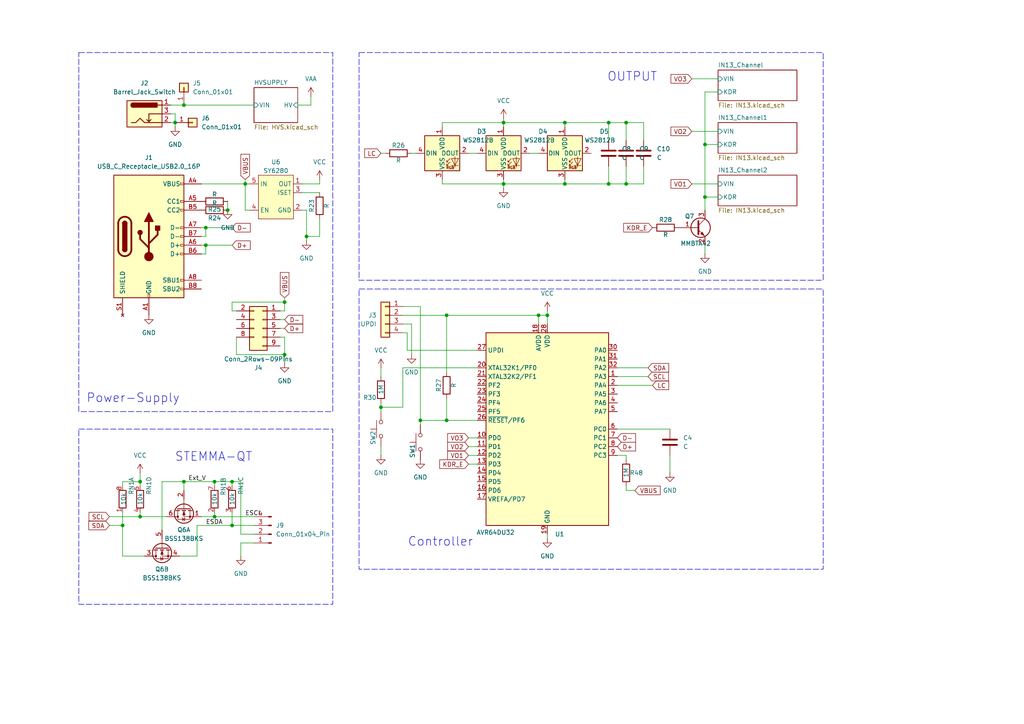
<source format=kicad_sch>
(kicad_sch (version 20250114) (generator "eeschema") (generator_version "9.0")
  (paper "A4")
  (title_block (title "External Hardware Monitor") (date "2025-02-23") (rev "1") (company "Foxhood Designs") (comment 1 "TODO: Verify USB CDC Functionality of AVR64DU") (comment 2 "TODO: Evaluate Power-supply (USB powered controller or Self powered?)"))
  (lib_symbols
    (symbol "Connector:Barrel_Jack_Switch" (pin_names (hide yes))
      (property "Reference" "J" (at 0 5.334 0))
      (property "Value" "Barrel_Jack_Switch" (at 0 -5.08 0))
      (symbol "Barrel_Jack_Switch_0_1"
        (rectangle (start -5.08 3.81) (end 5.08 -3.81) (stroke (width 0.254)) (fill (type background)))
        (polyline (pts (xy -3.81 -2.54) (xy -2.54 -2.54) (xy -1.27 -1.27) (xy 0 -2.54) (xy 2.54 -2.54) (xy 5.08 -2.54)) (stroke (width 0.254)))
        (arc (start -3.302 1.905) (mid -3.9343 2.54) (end -3.302 3.175) (stroke (width 0.254)))
        (arc (start -3.302 1.905) (mid -3.9343 2.54) (end -3.302 3.175) (stroke (width 0.254)) (fill (type outline)))
        (polyline (pts (xy 1.27 -2.286) (xy 1.905 -1.651)) (stroke (width 0.254)))
        (rectangle (start 3.683 3.175) (end -3.302 1.905) (stroke (width 0.254)) (fill (type outline)))
        (polyline (pts (xy 5.08 2.54) (xy 3.81 2.54)) (stroke (width 0.254)))
        (polyline (pts (xy 5.08 0) (xy 1.27 0) (xy 1.27 -2.286) (xy 0.635 -1.651)) (stroke (width 0.254)))
      )
      (symbol "Barrel_Jack_Switch_1_1"
        (pin passive line (at 7.62 2.54 180) (length 2.54) (name "~") (number "1"))
        (pin passive line (at 7.62 0 180) (length 2.54) (name "~") (number "3"))
        (pin passive line (at 7.62 -2.54 180) (length 2.54) (name "~") (number "2"))
      )
    )
    (symbol "Connector:Conn_01x04_Pin" (pin_names (offset 1.016) (hide yes))
      (property "Reference" "J" (at 0 5.08 0))
      (property "Value" "Conn_01x04_Pin" (at 0 -7.62 0))
      (symbol "Conn_01x04_Pin_1_1"
        (rectangle (start 0.8636 2.667) (end 0 2.413) (stroke (width 0.1524)) (fill (type outline)))
        (rectangle (start 0.8636 0.127) (end 0 -0.127) (stroke (width 0.1524)) (fill (type outline)))
        (rectangle (start 0.8636 -2.413) (end 0 -2.667) (stroke (width 0.1524)) (fill (type outline)))
        (rectangle (start 0.8636 -4.953) (end 0 -5.207) (stroke (width 0.1524)) (fill (type outline)))
        (polyline (pts (xy 1.27 2.54) (xy 0.8636 2.54)) (stroke (width 0.1524)))
        (polyline (pts (xy 1.27 0) (xy 0.8636 0)) (stroke (width 0.1524)))
        (polyline (pts (xy 1.27 -2.54) (xy 0.8636 -2.54)) (stroke (width 0.1524)))
        (polyline (pts (xy 1.27 -5.08) (xy 0.8636 -5.08)) (stroke (width 0.1524)))
        (pin passive line (at 5.08 2.54 180) (length 3.81) (name "Pin_1") (number "1"))
        (pin passive line (at 5.08 0 180) (length 3.81) (name "Pin_2") (number "2"))
        (pin passive line (at 5.08 -2.54 180) (length 3.81) (name "Pin_3") (number "3"))
        (pin passive line (at 5.08 -5.08 180) (length 3.81) (name "Pin_4") (number "4"))
      )
    )
    (symbol "Connector:USB_C_Receptacle_USB2.0_16P" (pin_names (offset 1.016))
      (property "Reference" "J1" (at 0 22.86 0))
      (property "Value" "USB_C_Receptacle_USB2.0_16P" (at 0 20.32 0))
      (symbol "USB_C_Receptacle_USB2.0_16P_0_0"
        (rectangle (start -0.254 -17.78) (end 0.254 -16.764))
        (rectangle (start 10.16 15.494) (end 9.144 14.986))
        (rectangle (start 10.16 10.414) (end 9.144 9.906))
        (rectangle (start 10.16 7.874) (end 9.144 7.366))
        (rectangle (start 10.16 2.794) (end 9.144 2.286))
        (rectangle (start 10.16 0.254) (end 9.144 -0.254))
        (rectangle (start 10.16 -2.286) (end 9.144 -2.794))
        (rectangle (start 10.16 -4.826) (end 9.144 -5.334))
        (rectangle (start 10.16 -12.446) (end 9.144 -12.954))
        (rectangle (start 10.16 -14.986) (end 9.144 -15.494))
      )
      (symbol "USB_C_Receptacle_USB2.0_16P_0_1"
        (rectangle (start -10.16 17.78) (end 10.16 -17.78) (stroke (width 0.254)) (fill (type background)))
        (polyline (pts (xy -8.89 -3.81) (xy -8.89 3.81)) (stroke (width 0.508)))
        (rectangle (start -7.62 -3.81) (end -6.35 3.81) (stroke (width 0.254)) (fill (type outline)))
        (arc (start -7.62 3.81) (mid -6.985 4.4423) (end -6.35 3.81) (stroke (width 0.254)))
        (arc (start -7.62 3.81) (mid -6.985 4.4423) (end -6.35 3.81) (stroke (width 0.254)) (fill (type outline)))
        (arc (start -8.89 3.81) (mid -6.985 5.7067) (end -5.08 3.81) (stroke (width 0.508)))
        (arc (start -5.08 -3.81) (mid -6.985 -5.7067) (end -8.89 -3.81) (stroke (width 0.508)))
        (arc (start -6.35 -3.81) (mid -6.985 -4.4423) (end -7.62 -3.81) (stroke (width 0.254)))
        (arc (start -6.35 -3.81) (mid -6.985 -4.4423) (end -7.62 -3.81) (stroke (width 0.254)) (fill (type outline)))
        (polyline (pts (xy -5.08 3.81) (xy -5.08 -3.81)) (stroke (width 0.508)))
        (circle (center -2.54 1.143) (radius 0.635) (stroke (width 0.254)) (fill (type outline)))
        (polyline (pts (xy -1.27 4.318) (xy 0 6.858) (xy 1.27 4.318) (xy -1.27 4.318)) (stroke (width 0.254)) (fill (type outline)))
        (polyline (pts (xy 0 -2.032) (xy 2.54 0.508) (xy 2.54 1.778)) (stroke (width 0.508)))
        (polyline (pts (xy 0 -3.302) (xy -2.54 -0.762) (xy -2.54 0.508)) (stroke (width 0.508)))
        (polyline (pts (xy 0 -5.842) (xy 0 4.318)) (stroke (width 0.508)))
        (circle (center 0 -5.842) (radius 1.27) (fill (type outline)))
        (rectangle (start 1.905 1.778) (end 3.175 3.048) (stroke (width 0.254)) (fill (type outline)))
      )
      (symbol "USB_C_Receptacle_USB2.0_16P_1_1"
        (pin no_connect line (at -7.62 -22.86 90) (length 5.08) (name "SHIELD") (number "S1"))
        (pin passive line (at 0 -22.86 90) (length 5.08) (name "GND") (number "A1"))
        (pin passive line (at 0 -22.86 90) (length 5.08) (hide yes) (name "GND") (number "A12"))
        (pin passive line (at 0 -22.86 90) (length 5.08) (hide yes) (name "GND") (number "B1"))
        (pin passive line (at 0 -22.86 90) (length 5.08) (hide yes) (name "GND") (number "B12"))
        (pin passive line (at 15.24 15.24 180) (length 5.08) (name "VBUS") (number "A4"))
        (pin passive line (at 15.24 15.24 180) (length 5.08) (hide yes) (name "VBUS") (number "A9"))
        (pin passive line (at 15.24 15.24 180) (length 5.08) (hide yes) (name "VBUS") (number "B4"))
        (pin passive line (at 15.24 15.24 180) (length 5.08) (hide yes) (name "VBUS") (number "B9"))
        (pin bidirectional line (at 15.24 10.16 180) (length 5.08) (name "CC1") (number "A5"))
        (pin bidirectional line (at 15.24 7.62 180) (length 5.08) (name "CC2") (number "B5"))
        (pin bidirectional line (at 15.24 2.54 180) (length 5.08) (name "D-") (number "A7"))
        (pin bidirectional line (at 15.24 0 180) (length 5.08) (name "D-") (number "B7"))
        (pin bidirectional line (at 15.24 -2.54 180) (length 5.08) (name "D+") (number "A6"))
        (pin bidirectional line (at 15.24 -5.08 180) (length 5.08) (name "D+") (number "B6"))
        (pin bidirectional line (at 15.24 -12.7 180) (length 5.08) (name "SBU1") (number "A8"))
        (pin bidirectional line (at 15.24 -15.24 180) (length 5.08) (name "SBU2") (number "B8"))
      )
    )
    (symbol "Connector_Generic:Conn_01x01" (pin_names (offset 1.016) (hide yes))
      (property "Reference" "J" (at 0 2.54 0))
      (property "Value" "Conn_01x01" (at 0 -2.54 0))
      (symbol "Conn_01x01_1_1"
        (rectangle (start -1.27 1.27) (end 1.27 -1.27) (stroke (width 0.254)) (fill (type background)))
        (rectangle (start -1.27 0.127) (end 0 -0.127) (stroke (width 0.1524)))
        (pin passive line (at -5.08 0 0) (length 3.81) (name "Pin_1") (number "1"))
      )
    )
    (symbol "Connector_Generic:Conn_01x04" (pin_names (offset 1.016) (hide yes))
      (property "Reference" "J" (at 0 5.08 0))
      (property "Value" "Conn_01x04" (at 0 -7.62 0))
      (symbol "Conn_01x04_1_1"
        (rectangle (start -1.27 3.81) (end 1.27 -6.35) (stroke (width 0.254)) (fill (type background)))
        (rectangle (start -1.27 2.667) (end 0 2.413) (stroke (width 0.1524)))
        (rectangle (start -1.27 0.127) (end 0 -0.127) (stroke (width 0.1524)))
        (rectangle (start -1.27 -2.413) (end 0 -2.667) (stroke (width 0.1524)))
        (rectangle (start -1.27 -4.953) (end 0 -5.207) (stroke (width 0.1524)))
        (pin passive line (at -5.08 2.54 0) (length 3.81) (name "Pin_1") (number "1"))
        (pin passive line (at -5.08 0 0) (length 3.81) (name "Pin_2") (number "2"))
        (pin passive line (at -5.08 -2.54 0) (length 3.81) (name "Pin_3") (number "3"))
        (pin passive line (at -5.08 -5.08 0) (length 3.81) (name "Pin_4") (number "4"))
      )
    )
    (symbol "Connector_Generic:Conn_2Rows-09Pins" (pin_names (offset 1.016) (hide yes))
      (property "Reference" "J" (at 1.27 7.62 0))
      (property "Value" "Conn_2Rows-09Pins" (at 1.27 -7.62 0))
      (symbol "Conn_2Rows-09Pins_1_1"
        (rectangle (start -1.27 6.35) (end 3.81 -6.35) (stroke (width 0.254)) (fill (type background)))
        (rectangle (start -1.27 5.207) (end 0 4.953) (stroke (width 0.1524)))
        (rectangle (start -1.27 2.667) (end 0 2.413) (stroke (width 0.1524)))
        (rectangle (start -1.27 0.127) (end 0 -0.127) (stroke (width 0.1524)))
        (rectangle (start -1.27 -2.413) (end 0 -2.667) (stroke (width 0.1524)))
        (rectangle (start -1.27 -4.953) (end 0 -5.207) (stroke (width 0.1524)))
        (rectangle (start 3.81 5.207) (end 2.54 4.953) (stroke (width 0.1524)))
        (rectangle (start 3.81 2.667) (end 2.54 2.413) (stroke (width 0.1524)))
        (rectangle (start 3.81 0.127) (end 2.54 -0.127) (stroke (width 0.1524)))
        (rectangle (start 3.81 -2.413) (end 2.54 -2.667) (stroke (width 0.1524)))
        (pin passive line (at -5.08 5.08 0) (length 3.81) (name "Pin_1") (number "1"))
        (pin passive line (at -5.08 2.54 0) (length 3.81) (name "Pin_3") (number "3"))
        (pin passive line (at -5.08 0 0) (length 3.81) (name "Pin_5") (number "5"))
        (pin passive line (at -5.08 -2.54 0) (length 3.81) (name "Pin_7") (number "7"))
        (pin passive line (at -5.08 -5.08 0) (length 3.81) (name "Pin_9") (number "9"))
        (pin passive line (at 7.62 5.08 180) (length 3.81) (name "Pin_2") (number "2"))
        (pin passive line (at 7.62 2.54 180) (length 3.81) (name "Pin_4") (number "4"))
        (pin passive line (at 7.62 0 180) (length 3.81) (name "Pin_6") (number "6"))
        (pin passive line (at 7.62 -2.54 180) (length 3.81) (name "Pin_8") (number "8"))
      )
    )
    (symbol "Device:C" (pin_numbers (hide yes)) (pin_names (offset 0.254))
      (property "Reference" "C" (at 0.635 2.54 0))
      (property "Value" "C" (at 0.635 -2.54 0))
      (symbol "C_0_1"
        (polyline (pts (xy -2.032 0.762) (xy 2.032 0.762)) (stroke (width 0.508)))
        (polyline (pts (xy -2.032 -0.762) (xy 2.032 -0.762)) (stroke (width 0.508)))
      )
      (symbol "C_1_1"
        (pin passive line (at 0 3.81 270) (length 2.794) (name "~") (number "1"))
        (pin passive line (at 0 -3.81 90) (length 2.794) (name "~") (number "2"))
      )
    )
    (symbol "Device:Q_Dual_NMOS_S1G1D2S2G2D1" (pin_names (offset 0) (hide yes))
      (property "Reference" "Q" (at 6.35 1.27 0))
      (property "Value" "Q_Dual_NMOS_S1G1D2S2G2D1" (at 19.05 -1.27 0))
      (symbol "Q_Dual_NMOS_S1G1D2S2G2D1_0_1"
        (polyline (pts (xy 0.254 1.905) (xy 0.254 -1.905)) (stroke (width 0.254)))
        (polyline (pts (xy 0.254 0) (xy -2.54 0)))
        (polyline (pts (xy 0.762 2.286) (xy 0.762 1.27)) (stroke (width 0.254)))
        (polyline (pts (xy 0.762 0.508) (xy 0.762 -0.508)) (stroke (width 0.254)))
        (polyline (pts (xy 0.762 -1.27) (xy 0.762 -2.286)) (stroke (width 0.254)))
        (polyline (pts (xy 0.762 -1.778) (xy 3.302 -1.778) (xy 3.302 1.778) (xy 0.762 1.778)))
        (polyline (pts (xy 1.016 0) (xy 2.032 0.381) (xy 2.032 -0.381) (xy 1.016 0)) (fill (type outline)))
        (circle (center 1.651 0) (radius 2.794) (stroke (width 0.254)))
        (polyline (pts (xy 2.54 2.54) (xy 2.54 1.778)))
        (circle (center 2.54 1.778) (radius 0.254) (fill (type outline)))
        (circle (center 2.54 -1.778) (radius 0.254) (fill (type outline)))
        (polyline (pts (xy 2.54 -2.54) (xy 2.54 0) (xy 0.762 0)))
        (polyline (pts (xy 2.794 0.508) (xy 2.921 0.381) (xy 3.683 0.381) (xy 3.81 0.254)))
        (polyline (pts (xy 3.302 0.381) (xy 2.921 -0.254) (xy 3.683 -0.254) (xy 3.302 0.381)))
      )
      (symbol "Q_Dual_NMOS_S1G1D2S2G2D1_1_1"
        (pin input line (at -5.08 0 0) (length 2.54) (name "G") (number "2"))
        (pin passive line (at 2.54 5.08 270) (length 2.54) (name "D") (number "6"))
        (pin passive line (at 2.54 -5.08 90) (length 2.54) (name "S") (number "1"))
      )
      (symbol "Q_Dual_NMOS_S1G1D2S2G2D1_2_1"
        (pin input line (at -5.08 0 0) (length 2.54) (name "G") (number "5"))
        (pin passive line (at 2.54 5.08 270) (length 2.54) (name "D") (number "3"))
        (pin passive line (at 2.54 -5.08 90) (length 2.54) (name "S") (number "4"))
      )
    )
    (symbol "Device:R" (pin_numbers (hide yes)) (pin_names (offset 0))
      (property "Reference" "R" (at 2.032 0 90))
      (property "Value" "R" (at 0 0 90))
      (symbol "R_0_1"
        (rectangle (start -1.016 -2.54) (end 1.016 2.54) (stroke (width 0.254)))
      )
      (symbol "R_1_1"
        (pin passive line (at 0 3.81 270) (length 1.27) (name "~") (number "1"))
        (pin passive line (at 0 -3.81 90) (length 1.27) (name "~") (number "2"))
      )
    )
    (symbol "Device:R_Pack04_Split" (pin_names (offset 0) (hide yes))
      (property "Reference" "RN" (at 2.032 0 90))
      (property "Value" "R_Pack04_Split" (at 0 0 90))
      (symbol "R_Pack04_Split_0_1"
        (rectangle (start 1.016 2.54) (end -1.016 -2.54) (stroke (width 0.254)))
      )
      (symbol "R_Pack04_Split_1_1"
        (pin passive line (at 0 3.81 270) (length 1.27) (name "R1.2") (number "8"))
        (pin passive line (at 0 -3.81 90) (length 1.27) (name "R1.1") (number "1"))
      )
      (symbol "R_Pack04_Split_2_1"
        (pin passive line (at 0 3.81 270) (length 1.27) (name "R2.2") (number "7"))
        (pin passive line (at 0 -3.81 90) (length 1.27) (name "R2.1") (number "2"))
      )
      (symbol "R_Pack04_Split_3_1"
        (pin passive line (at 0 3.81 270) (length 1.27) (name "R3.2") (number "6"))
        (pin passive line (at 0 -3.81 90) (length 1.27) (name "R3.1") (number "3"))
      )
      (symbol "R_Pack04_Split_4_1"
        (pin passive line (at 0 3.81 270) (length 1.27) (name "R4.2") (number "5"))
        (pin passive line (at 0 -3.81 90) (length 1.27) (name "R4.1") (number "4"))
      )
    )
    (symbol "FHD-KiCad-Power:SY6280"
      (property "Reference" "U" (at -3.556 7.366 0))
      (symbol "SY6280_0_1"
        (rectangle (start -5.08 6.35) (end 5.08 -6.35) (fill (type background)))
      )
      (symbol "SY6280_1_1"
        (pin power_in line (at -7.62 3.81 0) (length 2.54) (name "IN") (number "5"))
        (pin input line (at -7.62 -3.81 0) (length 2.54) (name "EN") (number "4"))
        (pin power_out line (at 7.62 3.81 180) (length 2.54) (name "OUT") (number "1"))
        (pin input line (at 7.62 1.27 180) (length 2.54) (name "ISET") (number "3"))
        (pin power_out line (at 7.62 -3.81 180) (length 2.54) (name "GND") (number "2"))
      )
    )
    (symbol "LED:WS2812B" (pin_names (offset 0.254))
      (property "Reference" "D" (at 5.08 5.715 0))
      (property "Value" "WS2812B" (at 1.27 -5.715 0))
      (symbol "WS2812B_0_0"
        (text "RGB" (at 2.286 -4.191 0) (effects (font (size 0.762 0.762))))
      )
      (symbol "WS2812B_0_1"
        (polyline (pts (xy 1.27 -2.54) (xy 1.778 -2.54)))
        (polyline (pts (xy 1.27 -3.556) (xy 1.778 -3.556)))
        (polyline (pts (xy 2.286 -1.524) (xy 1.27 -2.54) (xy 1.27 -2.032)))
        (polyline (pts (xy 2.286 -2.54) (xy 1.27 -3.556) (xy 1.27 -3.048)))
        (polyline (pts (xy 3.683 -1.016) (xy 3.683 -3.556) (xy 3.683 -4.064)))
        (polyline (pts (xy 4.699 -1.524) (xy 2.667 -1.524) (xy 3.683 -3.556) (xy 4.699 -1.524)))
        (polyline (pts (xy 4.699 -3.556) (xy 2.667 -3.556)))
        (rectangle (start 5.08 5.08) (end -5.08 -5.08) (stroke (width 0.254)) (fill (type background)))
      )
      (symbol "WS2812B_1_1"
        (pin input line (at -7.62 0 0) (length 2.54) (name "DIN") (number "4"))
        (pin power_in line (at 0 7.62 270) (length 2.54) (name "VDD") (number "1"))
        (pin power_in line (at 0 -7.62 90) (length 2.54) (name "VSS") (number "3"))
        (pin output line (at 7.62 0 180) (length 2.54) (name "DOUT") (number "2"))
      )
    )
    (symbol "MCU_Microchip_AVR_Dx:AVR64DA32x-xPT"
      (property "Reference" "U" (at -17.78 29.21 0))
      (property "Value" "AVR64DA32x-xPT" (at 2.54 -29.21 0))
      (symbol "AVR64DA32x-xPT_0_1"
        (rectangle (start -17.78 27.94) (end 17.78 -27.94) (stroke (width 0.254)) (fill (type background)))
      )
      (symbol "AVR64DA32x-xPT_1_1"
        (pin input line (at -20.32 22.86 0) (length 2.54) (name "UPDI") (number "27"))
        (pin bidirectional line (at -20.32 17.78 0) (length 2.54) (name "XTAL32K1/PF0") (number "20"))
        (pin bidirectional line (at -20.32 15.24 0) (length 2.54) (name "XTAL32K2/PF1") (number "21"))
        (pin bidirectional line (at -20.32 12.7 0) (length 2.54) (name "PF2") (number "22"))
        (pin bidirectional line (at -20.32 10.16 0) (length 2.54) (name "PF3") (number "23"))
        (pin bidirectional line (at -20.32 7.62 0) (length 2.54) (name "PF4") (number "24"))
        (pin bidirectional line (at -20.32 5.08 0) (length 2.54) (name "PF5") (number "25"))
        (pin bidirectional line (at -20.32 2.54 0) (length 2.54) (name "~{RESET}/PF6") (number "26"))
        (pin bidirectional line (at -20.32 -2.54 0) (length 2.54) (name "PD0") (number "10"))
        (pin bidirectional line (at -20.32 -5.08 0) (length 2.54) (name "PD1") (number "11"))
        (pin bidirectional line (at -20.32 -7.62 0) (length 2.54) (name "PD2") (number "12"))
        (pin bidirectional line (at -20.32 -10.16 0) (length 2.54) (name "PD3") (number "13"))
        (pin bidirectional line (at -20.32 -12.7 0) (length 2.54) (name "PD4") (number "14"))
        (pin bidirectional line (at -20.32 -15.24 0) (length 2.54) (name "PD5") (number "15"))
        (pin bidirectional line (at -20.32 -17.78 0) (length 2.54) (name "PD6") (number "16"))
        (pin bidirectional line (at -20.32 -20.32 0) (length 2.54) (name "VREFA/PD7") (number "17"))
        (pin power_in line (at -2.54 30.48 270) (length 2.54) (name "AVDD") (number "18"))
        (pin power_in line (at 0 30.48 270) (length 2.54) (name "VDD") (number "28"))
        (pin power_in line (at 0 -30.48 90) (length 2.54) (name "GND") (number "19"))
        (pin passive line (at 0 -30.48 90) (length 2.54) (hide yes) (name "GND") (number "29"))
        (pin bidirectional line (at 20.32 22.86 180) (length 2.54) (name "PA0") (number "30"))
        (pin bidirectional line (at 20.32 20.32 180) (length 2.54) (name "PA1") (number "31"))
        (pin bidirectional line (at 20.32 17.78 180) (length 2.54) (name "PA2") (number "32"))
        (pin bidirectional line (at 20.32 15.24 180) (length 2.54) (name "PA3") (number "1"))
        (pin bidirectional line (at 20.32 12.7 180) (length 2.54) (name "PA4") (number "2"))
        (pin bidirectional line (at 20.32 10.16 180) (length 2.54) (name "PA5") (number "3"))
        (pin bidirectional line (at 20.32 7.62 180) (length 2.54) (name "PA6") (number "4"))
        (pin bidirectional line (at 20.32 5.08 180) (length 2.54) (name "PA7") (number "5"))
        (pin bidirectional line (at 20.32 0 180) (length 2.54) (name "PC0") (number "6"))
        (pin bidirectional line (at 20.32 -2.54 180) (length 2.54) (name "PC1") (number "7"))
        (pin bidirectional line (at 20.32 -5.08 180) (length 2.54) (name "PC2") (number "8"))
        (pin bidirectional line (at 20.32 -7.62 180) (length 2.54) (name "PC3") (number "9"))
      )
    )
    (symbol "SparkFun-Switch:SPST_Push_PTH_RA_7.4x4.3mm" (pin_numbers (hide yes)) (pin_names (offset 0) (hide yes))
      (property "Reference" "SW" (at 0 5.08 0))
      (property "Value" "PTH_RA_7.4x4.3mm" (at 0 -2.54 0))
      (symbol "SPST_Push_PTH_RA_7.4x4.3mm_0_1"
        (circle (center -2.032 0) (radius 0.508))
        (polyline (pts (xy 0 1.27) (xy 0 3.048)))
        (circle (center 2.032 0) (radius 0.508))
        (polyline (pts (xy 2.54 1.27) (xy -2.54 1.27)))
        (pin passive line (at -5.08 0 0) (length 2.54) (name "1") (number "1"))
        (pin passive line (at 5.08 0 180) (length 2.54) (name "2") (number "2"))
      )
      (symbol "SPST_Push_PTH_RA_7.4x4.3mm_1_1"
        (pin passive line (at -5.08 2.54 0) (length 2.54) (hide yes) (name "M1") (number "M1"))
        (pin passive line (at 5.08 2.54 180) (length 2.54) (hide yes) (name "M2") (number "M2"))
      )
    )
    (symbol "Transistor_BJT:MMBTA42" (pin_names (offset 0) (hide yes))
      (property "Reference" "Q" (at 5.08 1.905 0))
      (property "Value" "MMBTA42" (at 5.08 0 0))
      (symbol "MMBTA42_0_1"
        (polyline (pts (xy 0 0) (xy 0.635 0)))
        (polyline (pts (xy 0.635 1.905) (xy 0.635 -1.905) (xy 0.635 -1.905)) (stroke (width 0.508)))
        (polyline (pts (xy 0.635 0.635) (xy 2.54 2.54)))
        (polyline (pts (xy 0.635 -0.635) (xy 2.54 -2.54) (xy 2.54 -2.54)))
        (circle (center 1.27 0) (radius 2.8194) (stroke (width 0.254)))
        (polyline (pts (xy 1.27 -1.778) (xy 1.778 -1.27) (xy 2.286 -2.286) (xy 1.27 -1.778) (xy 1.27 -1.778)) (fill (type outline)))
      )
      (symbol "MMBTA42_1_1"
        (pin input line (at -5.08 0 0) (length 5.08) (name "B") (number "1"))
        (pin passive line (at 2.54 5.08 270) (length 2.54) (name "C") (number "3"))
        (pin passive line (at 2.54 -5.08 90) (length 2.54) (name "E") (number "2"))
      )
    )
    (symbol "power:GND" (power) (pin_numbers (hide yes)) (pin_names (offset 0) (hide yes))
      (property "Value" "GND" (at 0 -3.81 0))
      (symbol "GND_0_1"
        (polyline (pts (xy 0 0) (xy 0 -1.27) (xy 1.27 -1.27) (xy 0 -2.54) (xy -1.27 -1.27) (xy 0 -1.27)))
      )
      (symbol "GND_1_1"
        (pin power_in line (at 0 0 270) (length 0) (name "~") (number "1"))
      )
    )
    (symbol "power:VAA" (power) (pin_numbers (hide yes)) (pin_names (offset 0) (hide yes))
      (property "Value" "VAA" (at 0 3.556 0))
      (symbol "VAA_0_1"
        (polyline (pts (xy -0.762 1.27) (xy 0 2.54)))
        (polyline (pts (xy 0 2.54) (xy 0.762 1.27)))
        (polyline (pts (xy 0 0) (xy 0 2.54)))
      )
      (symbol "VAA_1_1"
        (pin power_in line (at 0 0 90) (length 0) (name "~") (number "1"))
      )
    )
    (symbol "power:VCC" (power) (pin_numbers (hide yes)) (pin_names (offset 0) (hide yes))
      (property "Value" "VCC" (at 0 3.556 0))
      (symbol "VCC_0_1"
        (polyline (pts (xy -0.762 1.27) (xy 0 2.54)))
        (polyline (pts (xy 0 2.54) (xy 0.762 1.27)))
        (polyline (pts (xy 0 0) (xy 0 2.54)))
      )
      (symbol "VCC_1_1"
        (pin power_in line (at 0 0 90) (length 0) (name "~") (number "1"))
      )
    )
  )
  (rectangle (start 104.14 83.82) (end 238.76 165.1) (stroke (width 0) (type dash)))
  (rectangle (start 22.86 15.24) (end 96.52 119.38) (stroke (width 0) (type dash)))
  (rectangle (start 104.14 15.24) (end 238.76 81.28) (stroke (width 0) (type dash)))
  (rectangle (start 22.86 124.46) (end 96.52 175.26) (stroke (width 0) (type dash)))
  (text "Controller" (at 127.762 157.226 0) (effects (font (size 2.54 2.54))))
  (text "Power-Supply" (at 38.608 115.57 0) (effects (font (size 2.54 2.54))))
  (text "STEMMA-QT" (at 61.976 132.588 0) (effects (font (size 2.54 2.54))))
  (text "OUTPUT" (at 183.388 22.352 0) (effects (font (size 2.54 2.54))))
  (junction (at 129.54 91.44))
  (junction (at 181.61 53.34))
  (junction (at 53.34 139.7))
  (junction (at 82.55 102.87))
  (junction (at 59.69 66.04))
  (junction (at 71.12 53.34))
  (junction (at 40.64 149.86))
  (junction (at 67.31 152.4))
  (junction (at 88.9 68.58))
  (junction (at 163.83 53.34))
  (junction (at 66.04 60.96))
  (junction (at 158.75 91.44))
  (junction (at 146.05 53.34))
  (junction (at 40.64 139.7))
  (junction (at 53.34 30.48))
  (junction (at 59.69 71.12))
  (junction (at 62.23 149.86))
  (junction (at 204.47 41.91))
  (junction (at 204.47 57.15))
  (junction (at 35.56 152.4))
  (junction (at 156.21 91.44))
  (junction (at 62.23 139.7))
  (junction (at 181.61 35.56))
  (junction (at 121.92 121.92))
  (junction (at 163.83 35.56))
  (junction (at 146.05 35.56))
  (junction (at 176.53 53.34))
  (junction (at 110.49 118.11))
  (junction (at 129.54 121.92))
  (junction (at 176.53 35.56))
  (junction (at 50.8 35.56))
  (junction (at 67.31 139.7))
  (junction (at 82.55 87.63))
  (wire (pts (xy 135.89 132.08) (xy 138.43 132.08)))
  (wire (pts (xy 92.71 63.5) (xy 92.71 68.58)))
  (wire (pts (xy 128.27 53.34) (xy 146.05 53.34)))
  (wire (pts (xy 72.39 60.96) (xy 71.12 60.96)))
  (wire (pts (xy 50.8 33.02) (xy 50.8 35.56)))
  (wire (pts (xy 82.55 102.87) (xy 68.58 102.87)))
  (wire (pts (xy 88.9 60.96) (xy 88.9 68.58)))
  (wire (pts (xy 110.49 129.54) (xy 110.49 132.08)))
  (wire (pts (xy 110.49 118.11) (xy 110.49 119.38)))
  (wire (pts (xy 69.85 157.48) (xy 69.85 161.29)))
  (wire (pts (xy 59.69 71.12) (xy 59.69 73.66)))
  (wire (pts (xy 163.83 35.56) (xy 163.83 36.83)))
  (wire (pts (xy 179.07 124.46) (xy 194.31 124.46)))
  (wire (pts (xy 129.54 121.92) (xy 138.43 121.92)))
  (wire (pts (xy 204.47 57.15) (xy 204.47 60.96)))
  (wire (pts (xy 67.31 148.59) (xy 67.31 152.4)))
  (wire (pts (xy 49.53 35.56) (xy 50.8 35.56)))
  (wire (pts (xy 58.42 53.34) (xy 71.12 53.34)))
  (wire (pts (xy 40.64 148.59) (xy 40.64 149.86)))
  (wire (pts (xy 146.05 52.07) (xy 146.05 53.34)))
  (wire (pts (xy 176.53 53.34) (xy 163.83 53.34)))
  (wire (pts (xy 181.61 35.56) (xy 181.61 40.64)))
  (wire (pts (xy 121.92 121.92) (xy 121.92 123.19)))
  (wire (pts (xy 90.17 27.94) (xy 90.17 30.48)))
  (wire (pts (xy 82.55 97.79) (xy 82.55 102.87)))
  (wire (pts (xy 35.56 139.7) (xy 40.64 139.7)))
  (wire (pts (xy 71.12 53.34) (xy 71.12 60.96)))
  (wire (pts (xy 163.83 35.56) (xy 176.53 35.56)))
  (wire (pts (xy 200.66 38.1) (xy 208.28 38.1)))
  (wire (pts (xy 69.85 139.7) (xy 69.85 154.94)))
  (wire (pts (xy 62.23 139.7) (xy 67.31 139.7)))
  (wire (pts (xy 86.36 30.48) (xy 90.17 30.48)))
  (wire (pts (xy 116.84 106.68) (xy 138.43 106.68)))
  (wire (pts (xy 71.12 53.34) (xy 72.39 53.34)))
  (wire (pts (xy 81.28 90.17) (xy 82.55 90.17)))
  (wire (pts (xy 129.54 115.57) (xy 129.54 121.92)))
  (wire (pts (xy 146.05 35.56) (xy 146.05 36.83)))
  (wire (pts (xy 153.67 44.45) (xy 156.21 44.45)))
  (wire (pts (xy 35.56 148.59) (xy 35.56 152.4)))
  (wire (pts (xy 116.84 91.44) (xy 129.54 91.44)))
  (wire (pts (xy 158.75 91.44) (xy 158.75 93.98)))
  (wire (pts (xy 92.71 52.07) (xy 92.71 53.34)))
  (wire (pts (xy 41.91 161.29) (xy 35.56 161.29)))
  (wire (pts (xy 204.47 26.67) (xy 208.28 26.67)))
  (wire (pts (xy 82.55 105.41) (xy 82.55 102.87)))
  (wire (pts (xy 58.42 71.12) (xy 59.69 71.12)))
  (wire (pts (xy 87.63 55.88) (xy 92.71 55.88)))
  (wire (pts (xy 71.12 52.07) (xy 71.12 53.34)))
  (wire (pts (xy 50.8 35.56) (xy 50.8 36.83)))
  (wire (pts (xy 176.53 40.64) (xy 176.53 35.56)))
  (wire (pts (xy 49.53 33.02) (xy 50.8 33.02)))
  (wire (pts (xy 146.05 53.34) (xy 146.05 54.61)))
  (wire (pts (xy 58.42 68.58) (xy 59.69 68.58)))
  (wire (pts (xy 62.23 148.59) (xy 62.23 149.86)))
  (wire (pts (xy 87.63 53.34) (xy 92.71 53.34)))
  (wire (pts (xy 58.42 149.86) (xy 62.23 149.86)))
  (wire (pts (xy 46.99 139.7) (xy 53.34 139.7)))
  (wire (pts (xy 82.55 86.36) (xy 82.55 87.63)))
  (wire (pts (xy 57.15 161.29) (xy 57.15 152.4)))
  (wire (pts (xy 129.54 91.44) (xy 156.21 91.44)))
  (wire (pts (xy 179.07 111.76) (xy 189.23 111.76)))
  (wire (pts (xy 81.28 97.79) (xy 82.55 97.79)))
  (wire (pts (xy 135.89 44.45) (xy 138.43 44.45)))
  (wire (pts (xy 62.23 149.86) (xy 73.66 149.86)))
  (wire (pts (xy 204.47 41.91) (xy 204.47 57.15)))
  (wire (pts (xy 187.96 109.22) (xy 179.07 109.22)))
  (wire (pts (xy 111.76 44.45) (xy 110.49 44.45)))
  (wire (pts (xy 53.34 139.7) (xy 53.34 142.24)))
  (wire (pts (xy 82.55 92.71) (xy 81.28 92.71)))
  (wire (pts (xy 186.69 35.56) (xy 181.61 35.56)))
  (wire (pts (xy 82.55 87.63) (xy 67.31 87.63)))
  (wire (pts (xy 40.64 149.86) (xy 48.26 149.86)))
  (wire (pts (xy 40.64 139.7) (xy 40.64 140.97)))
  (wire (pts (xy 59.69 66.04) (xy 59.69 68.58)))
  (wire (pts (xy 204.47 41.91) (xy 208.28 41.91)))
  (wire (pts (xy 135.89 134.62) (xy 138.43 134.62)))
  (wire (pts (xy 156.21 93.98) (xy 156.21 91.44)))
  (wire (pts (xy 35.56 152.4) (xy 35.56 161.29)))
  (wire (pts (xy 73.66 157.48) (xy 69.85 157.48)))
  (wire (pts (xy 67.31 87.63) (xy 67.31 90.17)))
  (wire (pts (xy 116.84 118.11) (xy 110.49 118.11)))
  (wire (pts (xy 176.53 53.34) (xy 181.61 53.34)))
  (wire (pts (xy 204.47 26.67) (xy 204.47 41.91)))
  (wire (pts (xy 181.61 35.56) (xy 176.53 35.56)))
  (wire (pts (xy 146.05 35.56) (xy 163.83 35.56)))
  (wire (pts (xy 58.42 73.66) (xy 59.69 73.66)))
  (wire (pts (xy 204.47 57.15) (xy 208.28 57.15)))
  (wire (pts (xy 129.54 91.44) (xy 129.54 107.95)))
  (wire (pts (xy 66.04 58.42) (xy 66.04 60.96)))
  (wire (pts (xy 31.75 149.86) (xy 40.64 149.86)))
  (wire (pts (xy 73.66 154.94) (xy 69.85 154.94)))
  (wire (pts (xy 128.27 35.56) (xy 146.05 35.56)))
  (wire (pts (xy 53.34 139.7) (xy 62.23 139.7)))
  (wire (pts (xy 135.89 129.54) (xy 138.43 129.54)))
  (wire (pts (xy 82.55 90.17) (xy 82.55 87.63)))
  (wire (pts (xy 158.75 90.17) (xy 158.75 91.44)))
  (wire (pts (xy 116.84 93.98) (xy 119.38 93.98)))
  (wire (pts (xy 116.84 88.9) (xy 121.92 88.9)))
  (wire (pts (xy 181.61 53.34) (xy 186.69 53.34)))
  (wire (pts (xy 163.83 52.07) (xy 163.83 53.34)))
  (wire (pts (xy 200.66 22.86) (xy 208.28 22.86)))
  (wire (pts (xy 87.63 60.96) (xy 88.9 60.96)))
  (wire (pts (xy 179.07 132.08) (xy 181.61 132.08)))
  (wire (pts (xy 204.47 73.66) (xy 204.47 71.12)))
  (wire (pts (xy 35.56 140.97) (xy 35.56 139.7)))
  (wire (pts (xy 156.21 91.44) (xy 158.75 91.44)))
  (wire (pts (xy 121.92 88.9) (xy 121.92 121.92)))
  (wire (pts (xy 181.61 48.26) (xy 181.61 53.34)))
  (wire (pts (xy 67.31 152.4) (xy 73.66 152.4)))
  (wire (pts (xy 53.34 30.48) (xy 73.66 30.48)))
  (wire (pts (xy 158.75 154.94) (xy 158.75 156.21)))
  (wire (pts (xy 135.89 127) (xy 138.43 127)))
  (wire (pts (xy 40.64 137.16) (xy 40.64 139.7)))
  (wire (pts (xy 194.31 137.16) (xy 194.31 132.08)))
  (wire (pts (xy 82.55 95.25) (xy 81.28 95.25)))
  (wire (pts (xy 110.49 116.84) (xy 110.49 118.11)))
  (wire (pts (xy 118.11 96.52) (xy 118.11 101.6)))
  (wire (pts (xy 186.69 40.64) (xy 186.69 35.56)))
  (wire (pts (xy 52.07 161.29) (xy 57.15 161.29)))
  (wire (pts (xy 59.69 71.12) (xy 67.31 71.12)))
  (wire (pts (xy 110.49 106.68) (xy 110.49 109.22)))
  (wire (pts (xy 118.11 101.6) (xy 138.43 101.6)))
  (wire (pts (xy 146.05 53.34) (xy 163.83 53.34)))
  (wire (pts (xy 62.23 139.7) (xy 62.23 140.97)))
  (wire (pts (xy 59.69 66.04) (xy 67.31 66.04)))
  (wire (pts (xy 46.99 153.67) (xy 46.99 139.7)))
  (wire (pts (xy 119.38 44.45) (xy 120.65 44.45)))
  (wire (pts (xy 88.9 68.58) (xy 88.9 69.85)))
  (wire (pts (xy 57.15 152.4) (xy 67.31 152.4)))
  (wire (pts (xy 128.27 52.07) (xy 128.27 53.34)))
  (wire (pts (xy 116.84 96.52) (xy 118.11 96.52)))
  (wire (pts (xy 68.58 102.87) (xy 68.58 97.79)))
  (wire (pts (xy 181.61 140.97) (xy 181.61 142.24)))
  (wire (pts (xy 49.53 30.48) (xy 53.34 30.48)))
  (wire (pts (xy 128.27 36.83) (xy 128.27 35.56)))
  (wire (pts (xy 200.66 53.34) (xy 208.28 53.34)))
  (wire (pts (xy 119.38 93.98) (xy 119.38 102.87)))
  (wire (pts (xy 31.75 152.4) (xy 35.56 152.4)))
  (wire (pts (xy 67.31 139.7) (xy 69.85 139.7)))
  (wire (pts (xy 67.31 139.7) (xy 67.31 140.97)))
  (wire (pts (xy 184.15 142.24) (xy 181.61 142.24)))
  (wire (pts (xy 187.96 106.68) (xy 179.07 106.68)))
  (wire (pts (xy 116.84 106.68) (xy 116.84 118.11)))
  (wire (pts (xy 146.05 34.29) (xy 146.05 35.56)))
  (wire (pts (xy 88.9 68.58) (xy 92.71 68.58)))
  (wire (pts (xy 181.61 132.08) (xy 181.61 133.35)))
  (wire (pts (xy 176.53 48.26) (xy 176.53 53.34)))
  (wire (pts (xy 121.92 121.92) (xy 129.54 121.92)))
  (wire (pts (xy 58.42 66.04) (xy 59.69 66.04)))
  (wire (pts (xy 186.69 48.26) (xy 186.69 53.34)))
  (wire (pts (xy 67.31 90.17) (xy 68.58 90.17)))
  (label "Ext_V" (at 54.61 139.7 0))
  (label "ESDA" (at 59.69 152.4 0))
  (label "ESCL" (at 71.12 149.86 0))
  (global_label "VBUS" (shape input) (at 82.55 86.36 90) (property "Intersheetrefs" "${INTERSHEET_REFS}" (effects (hide yes))))
  (global_label "D-" (shape input) (at 179.07 127 0) (property "Intersheetrefs" "${INTERSHEET_REFS}" (effects (hide yes))))
  (global_label "D-" (shape input) (at 67.31 66.04 0) (property "Intersheetrefs" "${INTERSHEET_REFS}" (effects (hide yes))))
  (global_label "VO2" (shape input) (at 135.89 129.54 180) (property "Intersheetrefs" "${INTERSHEET_REFS}" (effects (hide yes))))
  (global_label "KDR_E" (shape input) (at 135.89 134.62 180) (property "Intersheetrefs" "${INTERSHEET_REFS}" (effects (hide yes))))
  (global_label "LC" (shape input) (at 110.49 44.45 180) (property "Intersheetrefs" "${INTERSHEET_REFS}" (effects (hide yes))))
  (global_label "KDR_E" (shape input) (at 189.23 66.04 180) (property "Intersheetrefs" "${INTERSHEET_REFS}" (effects (hide yes))))
  (global_label "D+" (shape input) (at 82.55 95.25 0) (property "Intersheetrefs" "${INTERSHEET_REFS}" (effects (hide yes))))
  (global_label "SCL" (shape input) (at 31.75 149.86 180) (property "Intersheetrefs" "${INTERSHEET_REFS}" (effects (hide yes))))
  (global_label "VBUS" (shape input) (at 71.12 52.07 90) (property "Intersheetrefs" "${INTERSHEET_REFS}" (effects (hide yes))))
  (global_label "D-" (shape input) (at 82.55 92.71 0) (property "Intersheetrefs" "${INTERSHEET_REFS}" (effects (hide yes))))
  (global_label "D+" (shape input) (at 67.31 71.12 0) (property "Intersheetrefs" "${INTERSHEET_REFS}" (effects (hide yes))))
  (global_label "SDA" (shape input) (at 187.96 106.68 0) (property "Intersheetrefs" "${INTERSHEET_REFS}" (effects (hide yes))))
  (global_label "VO1" (shape input) (at 135.89 132.08 180) (property "Intersheetrefs" "${INTERSHEET_REFS}" (effects (hide yes))))
  (global_label "D+" (shape input) (at 179.07 129.54 0) (property "Intersheetrefs" "${INTERSHEET_REFS}" (effects (hide yes))))
  (global_label "SCL" (shape input) (at 187.96 109.22 0) (property "Intersheetrefs" "${INTERSHEET_REFS}" (effects (hide yes))))
  (global_label "VBUS" (shape input) (at 184.15 142.24 0) (property "Intersheetrefs" "${INTERSHEET_REFS}" (effects (hide yes))))
  (global_label "SDA" (shape input) (at 31.75 152.4 180) (property "Intersheetrefs" "${INTERSHEET_REFS}" (effects (hide yes))))
  (global_label "VO3" (shape input) (at 135.89 127 180) (property "Intersheetrefs" "${INTERSHEET_REFS}" (effects (hide yes))))
  (global_label "VO2" (shape input) (at 200.66 38.1 180) (property "Intersheetrefs" "${INTERSHEET_REFS}" (effects (hide yes))))
  (global_label "VO3" (shape input) (at 200.66 22.86 180) (property "Intersheetrefs" "${INTERSHEET_REFS}" (effects (hide yes))))
  (global_label "VO1" (shape input) (at 200.66 53.34 180) (property "Intersheetrefs" "${INTERSHEET_REFS}" (effects (hide yes))))
  (global_label "LC" (shape input) (at 189.23 111.76 0) (property "Intersheetrefs" "${INTERSHEET_REFS}" (effects (hide yes))))
  (symbol (lib_id "power:GND") (at 110.49 132.08 0) (unit 1)
    (property "Reference" "#PWR030" (effects (hide yes)))
    (property "Value" "GND" (at 110.49 137.16 0))
    (property "Description" "Power symbol creates a global label with name \"GND\" , ground" (effects (hide yes)))
  )
  (symbol (lib_id "SparkFun-Switch:SPST_Push_PTH_RA_7.4x4.3mm") (at 110.49 124.46 90) (unit 1)
    (property "Reference" "SW2" (at 108.204 127 0))
    (property "Value" "PTH_RA_7.4x4.3mm" (effects (hide yes)))
    (property "Footprint" "Button_Switch_SMD:SW_Push_1P1T_NO_Vertical_Wuerth_434133025816" (effects (hide yes)))
    (property "Datasheet" "http://cdn.sparkfun.com/datasheets/Components/Switches/SW016.JPG" (effects (hide yes)))
    (property "Description" "Single Pole Single Throw (SPST) switch" (effects (hide yes)))
    (property "PROD_ID" "SWCH-10672" (effects (hide yes)))
  )
  (symbol (lib_id "LED:WS2812B") (at 128.27 44.45 0) (unit 1)
    (property "Reference" "D3" (at 139.7 38.1314 0))
    (property "Value" "WS2812B" (at 138.684 40.64 0))
    (property "Footprint" "LED_SMD:LED_WS2812B_PLCC4_5.0x5.0mm_P3.2mm" (effects (hide yes)))
    (property "Datasheet" "https://cdn-shop.adafruit.com/datasheets/WS2812B.pdf" (effects (hide yes)))
    (property "Description" "RGB LED with integrated controller" (effects (hide yes)))
  )
  (symbol (lib_id "power:GND") (at 204.47 73.66 0) (unit 1)
    (property "Reference" "#PWR029" (effects (hide yes)))
    (property "Value" "GND" (at 204.47 78.74 0))
    (property "Description" "Power symbol creates a global label with name \"GND\" , ground" (effects (hide yes)))
  )
  (symbol (lib_id "power:GND") (at 194.31 137.16 0) (unit 1)
    (property "Reference" "#PWR012" (effects (hide yes)))
    (property "Value" "GND" (at 194.31 142.24 0))
    (property "Description" "Power symbol creates a global label with name \"GND\" , ground" (effects (hide yes)))
  )
  (symbol (lib_id "SparkFun-Switch:SPST_Push_PTH_RA_7.4x4.3mm") (at 121.92 128.27 90) (unit 1)
    (property "Reference" "SW1" (at 119.634 130.81 0))
    (property "Value" "PTH_RA_7.4x4.3mm" (effects (hide yes)))
    (property "Footprint" "Button_Switch_SMD:SW_Push_1P1T_NO_Vertical_Wuerth_434133025816" (effects (hide yes)))
    (property "Datasheet" "http://cdn.sparkfun.com/datasheets/Components/Switches/SW016.JPG" (effects (hide yes)))
    (property "Description" "Single Pole Single Throw (SPST) switch" (effects (hide yes)))
    (property "PROD_ID" "SWCH-10672" (effects (hide yes)))
  )
  (symbol (lib_id "Device:R") (at 115.57 44.45 90) (unit 1)
    (property "Reference" "R26" (at 115.57 42.164 90))
    (property "Value" "R" (at 115.57 46.482 90))
    (property "Footprint" "Resistor_SMD:R_0805_2012Metric" (effects (hide yes)))
    (property "Description" "Resistor" (effects (hide yes)))
  )
  (symbol (lib_id "Transistor_BJT:MMBTA42") (at 201.93 66.04 0) (unit 1)
    (property "Reference" "Q7" (at 198.628 62.738 0) (effects (justify left)))
    (property "Value" "MMBTA42" (at 197.358 70.612 0) (effects (justify left)))
    (property "Footprint" "Package_TO_SOT_SMD:SOT-23" (effects (hide yes)))
    (property "Datasheet" "https://www.onsemi.com/pub/Collateral/MMBTA42LT1-D.PDF" (effects (hide yes)))
    (property "Description" "0.5A Ic, 300V Vce, NPN High Voltage Transistor, SOT-23" (effects (hide yes)))
  )
  (symbol (lib_id "Device:R_Pack04_Split") (at 67.31 144.78 0) (unit 3)
    (property "Reference" "RN1" (at 69.85 143.5099 90) (effects (justify left)))
    (property "Value" "10k" (at 67.31 146.558 90) (effects (justify left)))
    (property "Footprint" "Resistor_SMD:R_Array_Convex_4x0603" (effects (hide yes)))
    (property "Description" "4 resistor network, parallel topology, split" (effects (hide yes)))
  )
  (symbol (lib_id "power:VCC") (at 146.05 34.29 0) (unit 1)
    (property "Reference" "#PWR020" (effects (hide yes)))
    (property "Value" "VCC" (at 146.05 29.21 0))
    (property "Description" "Power symbol creates a global label with name \"VCC\"" (effects (hide yes)))
  )
  (symbol (lib_id "power:GND") (at 69.85 161.29 0) (unit 1)
    (property "Reference" "#PWR028" (effects (hide yes)))
    (property "Value" "GND" (at 69.85 166.37 0))
    (property "Description" "Power symbol creates a global label with name \"GND\" , ground" (effects (hide yes)))
  )
  (symbol (lib_id "Device:R_Pack04_Split") (at 40.64 144.78 0) (unit 4)
    (property "Reference" "RN1" (at 43.18 143.5099 90) (effects (justify left)))
    (property "Value" "10k" (at 40.64 146.558 90) (effects (justify left)))
    (property "Footprint" "Resistor_SMD:R_Array_Convex_4x0603" (effects (hide yes)))
    (property "Description" "4 resistor network, parallel topology, split" (effects (hide yes)))
  )
  (symbol (lib_id "Device:R") (at 129.54 111.76 180) (unit 1)
    (property "Reference" "R27" (at 127.254 111.76 90))
    (property "Value" "R" (at 131.572 111.76 90))
    (property "Footprint" "Resistor_SMD:R_0805_2012Metric" (effects (hide yes)))
    (property "Description" "Resistor" (effects (hide yes)))
  )
  (symbol (lib_id "Device:C") (at 186.69 44.45 0) (unit 1)
    (property "Reference" "C10" (at 190.5 43.1799 0) (effects (justify left)))
    (property "Value" "C" (at 190.5 45.7199 0) (effects (justify left)))
    (property "Footprint" "Capacitor_SMD:C_0805_2012Metric" (effects (hide yes)))
    (property "Description" "Unpolarized capacitor" (effects (hide yes)))
  )
  (symbol (lib_id "power:VCC") (at 158.75 90.17 0) (unit 1)
    (property "Reference" "#PWR018" (effects (hide yes)))
    (property "Value" "VCC" (at 158.75 85.09 0))
    (property "Description" "Power symbol creates a global label with name \"VCC\"" (effects (hide yes)))
  )
  (symbol (lib_id "Connector_Generic:Conn_01x01") (at 53.34 25.4 90) (unit 1)
    (property "Reference" "J5" (at 55.88 24.1299 90) (effects (justify right)))
    (property "Value" "Conn_01x01" (at 55.88 26.6699 90) (effects (justify right)))
    (property "Footprint" "Connector_Wire:SolderWirePad_1x01_SMD_1x2mm" (effects (hide yes)))
    (property "Description" "Generic connector, single row, 01x01, script generated (kicad-library-utils/schlib/autogen/connector/)" (effects (hide yes)))
  )
  (symbol (lib_id "power:VCC") (at 40.64 137.16 0) (unit 1)
    (property "Reference" "#PWR027" (effects (hide yes)))
    (property "Value" "VCC" (at 40.64 132.08 0))
    (property "Description" "Power symbol creates a global label with name \"VCC\"" (effects (hide yes)))
  )
  (symbol (lib_id "Connector:Barrel_Jack_Switch") (at 41.91 33.02 0) (unit 1)
    (property "Reference" "J2" (at 41.91 24.13 0))
    (property "Value" "Barrel_Jack_Switch" (at 41.91 26.67 0))
    (property "Footprint" "FHD-KiCad-Connectors:BarrelJack_CUI_PJ-006A_Vertical" (effects (hide yes)))
    (property "Description" "DC Barrel Jack with an internal switch" (effects (hide yes)))
  )
  (symbol (lib_id "LED:WS2812B") (at 146.05 44.45 0) (unit 1)
    (property "Reference" "D4" (at 157.48 38.1314 0))
    (property "Value" "WS2812B" (at 156.464 40.64 0))
    (property "Footprint" "LED_SMD:LED_WS2812B_PLCC4_5.0x5.0mm_P3.2mm" (effects (hide yes)))
    (property "Datasheet" "https://cdn-shop.adafruit.com/datasheets/WS2812B.pdf" (effects (hide yes)))
    (property "Description" "RGB LED with integrated controller" (effects (hide yes)))
  )
  (symbol (lib_id "LED:WS2812B") (at 163.83 44.45 0) (unit 1)
    (property "Reference" "D5" (at 175.26 38.1314 0))
    (property "Value" "WS2812B" (at 173.99 40.6714 0))
    (property "Footprint" "LED_SMD:LED_WS2812B_PLCC4_5.0x5.0mm_P3.2mm" (effects (hide yes)))
    (property "Datasheet" "https://cdn-shop.adafruit.com/datasheets/WS2812B.pdf" (effects (hide yes)))
    (property "Description" "RGB LED with integrated controller" (effects (hide yes)))
  )
  (symbol (lib_id "MCU_Microchip_AVR_Dx:AVR64DA32x-xPT") (at 158.75 124.46 0) (unit 1)
    (property "Reference" "U1" (at 160.9441 154.94 0) (effects (justify left)))
    (property "Value" "AVR64DU32" (at 138.176 154.432 0) (effects (justify left)))
    (property "Footprint" "Package_QFP:TQFP-32_7x7mm_P0.8mm" (effects (hide yes)))
    (property "Datasheet" "https://ww1.microchip.com/downloads/en/DeviceDoc/AVR64DA28-32-48-64-Data-Sheet-40002233B.pdf" (effects (hide yes)))
    (property "Description" "24MHz, 64kB Flash, 8kB SRAM, EEPROM with Touch Sensing, TQFP-32" (effects (hide yes)))
  )
  (symbol (lib_id "Connector_Generic:Conn_2Rows-09Pins") (at 76.2 95.25 0) (mirror y) (unit 1)
    (property "Reference" "J4" (at 74.93 106.68 0))
    (property "Value" "Conn_2Rows-09Pins" (at 74.93 104.14 0))
    (property "Footprint" "Connector_PinHeader_2.54mm:PinHeader_2x05_P2.54mm_Vertical_SMD" (effects (hide yes)))
    (property "Description" "Generic connector, double row, 09 pins, odd/even pin numbering scheme (row 1 odd numbers, row 2 even numbers), script generated (kicad-library-utils/schlib/autogen/connector/)" (effects (hide yes)))
  )
  (symbol (lib_id "FHD-KiCad-Power:SY6280") (at 80.01 57.15 0) (unit 1)
    (property "Reference" "U6" (at 80.01 46.99 0))
    (property "Value" "SY6280" (at 80.01 49.53 0))
    (property "Footprint" "Package_TO_SOT_SMD:SOT-23-5_HandSoldering" (effects (hide yes)))
    (property "Datasheet" "https://nl.mouser.com/datasheet/2/306/SY6280AAC-3223659.pdf" (effects (hide yes)))
    (property "Description" "5V Load Switch/Current Limit" (effects (hide yes)))
  )
  (symbol (lib_id "power:VAA") (at 90.17 27.94 0) (unit 1)
    (property "Reference" "#PWR017" (effects (hide yes)))
    (property "Value" "VAA" (at 90.17 22.86 0))
    (property "Description" "Power symbol creates a global label with name \"VAA\"" (effects (hide yes)))
  )
  (symbol (lib_id "power:VCC") (at 110.49 106.68 0) (unit 1)
    (property "Reference" "#PWR032" (effects (hide yes)))
    (property "Value" "VCC" (at 110.49 101.6 0))
    (property "Description" "Power symbol creates a global label with name \"VCC\"" (effects (hide yes)))
  )
  (symbol (lib_id "Device:C") (at 176.53 44.45 0) (unit 1)
    (property "Reference" "C8" (at 180.34 43.1799 0) (effects (justify left)))
    (property "Value" "C" (at 180.34 45.7199 0) (effects (justify left)))
    (property "Footprint" "Capacitor_SMD:C_0805_2012Metric" (effects (hide yes)))
    (property "Description" "Unpolarized capacitor" (effects (hide yes)))
  )
  (symbol (lib_id "Device:R") (at 62.23 58.42 270) (unit 1)
    (property "Reference" "R25" (at 62.23 60.706 90))
    (property "Value" "R" (at 62.23 56.388 90))
    (property "Footprint" "Resistor_SMD:R_0805_2012Metric" (effects (hide yes)))
    (property "Description" "Resistor" (effects (hide yes)))
  )
  (symbol (lib_id "power:GND") (at 66.04 60.96 0) (unit 1)
    (property "Reference" "#PWR026" (effects (hide yes)))
    (property "Value" "GND" (at 66.04 66.04 0))
    (property "Description" "Power symbol creates a global label with name \"GND\" , ground" (effects (hide yes)))
  )
  (symbol (lib_id "Device:Q_Dual_NMOS_S1G1D2S2G2D1") (at 53.34 147.32 90) (mirror x) (unit 1)
    (property "Reference" "Q6" (at 53.34 153.67 90))
    (property "Value" "BSS138BKS" (at 53.34 156.21 90))
    (property "Footprint" "Package_TO_SOT_SMD:SOT-363_SC-70-6_Handsoldering" (effects (hide yes)))
    (property "Description" "Dual NMOS transistor, 6 pin package" (effects (hide yes)))
  )
  (symbol (lib_id "Device:R") (at 92.71 59.69 180) (unit 1)
    (property "Reference" "R23" (at 90.424 59.69 90))
    (property "Value" "R" (at 94.742 59.69 90))
    (property "Footprint" "Resistor_SMD:R_0805_2012Metric" (effects (hide yes)))
    (property "Description" "Resistor" (effects (hide yes)))
  )
  (symbol (lib_id "Device:R_Pack04_Split") (at 35.56 144.78 0) (unit 1)
    (property "Reference" "RN1" (at 38.1 143.5099 90) (effects (justify left)))
    (property "Value" "10k" (at 35.814 146.558 90) (effects (justify left)))
    (property "Footprint" "Resistor_SMD:R_Array_Convex_4x0603" (effects (hide yes)))
    (property "Description" "4 resistor network, parallel topology, split" (effects (hide yes)))
  )
  (symbol (lib_id "Connector:Conn_01x04_Pin") (at 78.74 154.94 180) (unit 1)
    (property "Reference" "J9" (at 80.01 152.3999 0) (effects (justify right)))
    (property "Value" "Conn_01x04_Pin" (at 80.01 154.9399 0) (effects (justify right)))
    (property "Footprint" "Connector_JST:JST_SH_BM04B-SRSS-TB_1x04-1MP_P1.00mm_Vertical" (effects (hide yes)))
    (property "Description" "Generic connector, single row, 01x04, script generated" (effects (hide yes)))
  )
  (symbol (lib_id "Connector_Generic:Conn_01x04") (at 111.76 91.44 0) (mirror y) (unit 1)
    (property "Reference" "J3" (at 109.22 91.4399 0) (effects (justify left)))
    (property "Value" "UPDI" (at 109.22 93.9799 0) (effects (justify left)))
    (property "Footprint" "Connector_PinHeader_2.54mm:PinHeader_1x04_P2.54mm_Vertical_SMD_Pin1Left" (effects (hide yes)))
    (property "Description" "Generic connector, single row, 01x04, script generated (kicad-library-utils/schlib/autogen/connector/)" (effects (hide yes)))
  )
  (symbol (lib_id "Device:C") (at 181.61 44.45 0) (unit 1)
    (property "Reference" "C9" (at 185.42 43.1799 0) (effects (justify left)))
    (property "Value" "C" (at 185.42 45.7199 0) (effects (justify left)))
    (property "Footprint" "Capacitor_SMD:C_0805_2012Metric" (effects (hide yes)))
    (property "Description" "Unpolarized capacitor" (effects (hide yes)))
  )
  (symbol (lib_id "power:GND") (at 43.18 91.44 0) (unit 1)
    (property "Reference" "#PWR010" (effects (hide yes)))
    (property "Value" "GND" (at 43.18 96.52 0))
    (property "Description" "Power symbol creates a global label with name \"GND\" , ground" (effects (hide yes)))
  )
  (symbol (lib_id "Connector:USB_C_Receptacle_USB2.0_16P") (at 43.18 68.58 0) (unit 1)
    (property "Reference" "J1" (at 43.18 45.72 0))
    (property "Value" "USB_C_Receptacle_USB2.0_16P" (at 43.18 48.26 0))
    (property "Footprint" "FHD-KiCad-Connectors:USB_C_Receptacle_UJ20-C-V-C-3-SMT-TR_TopMnt_Vertical" (effects (hide yes)))
    (property "Datasheet" "https://www.usb.org/sites/default/files/documents/usb_type-c.zip" (effects (hide yes)))
    (property "Description" "USB 2.0-only 16P Type-C Receptacle connector" (effects (hide yes)))
  )
  (symbol (lib_id "Device:R") (at 62.23 60.96 270) (unit 1)
    (property "Reference" "R24" (at 62.23 63.246 90))
    (property "Value" "R" (at 62.23 58.928 90))
    (property "Footprint" "Resistor_SMD:R_0805_2012Metric" (effects (hide yes)))
    (property "Description" "Resistor" (effects (hide yes)))
  )
  (symbol (lib_id "power:GND") (at 119.38 102.87 0) (unit 1)
    (property "Reference" "#PWR024" (effects (hide yes)))
    (property "Value" "GND" (at 119.38 107.95 0))
    (property "Description" "Power symbol creates a global label with name \"GND\" , ground" (effects (hide yes)))
  )
  (symbol (lib_id "power:GND") (at 82.55 105.41 0) (unit 1)
    (property "Reference" "#PWR025" (effects (hide yes)))
    (property "Value" "GND" (at 82.55 110.49 0))
    (property "Description" "Power symbol creates a global label with name \"GND\" , ground" (effects (hide yes)))
  )
  (symbol (lib_id "power:GND") (at 158.75 156.21 0) (unit 1)
    (property "Reference" "#PWR011" (effects (hide yes)))
    (property "Value" "GND" (at 158.75 161.29 0))
    (property "Description" "Power symbol creates a global label with name \"GND\" , ground" (effects (hide yes)))
  )
  (symbol (lib_id "power:GND") (at 50.8 36.83 0) (unit 1)
    (property "Reference" "#PWR023" (effects (hide yes)))
    (property "Value" "GND" (at 50.8 41.91 0))
    (property "Description" "Power symbol creates a global label with name \"GND\" , ground" (effects (hide yes)))
  )
  (symbol (lib_id "power:VCC") (at 92.71 52.07 0) (unit 1)
    (property "Reference" "#PWR021" (effects (hide yes)))
    (property "Value" "VCC" (at 92.71 46.99 0))
    (property "Description" "Power symbol creates a global label with name \"VCC\"" (effects (hide yes)))
  )
  (symbol (lib_id "power:GND") (at 88.9 69.85 0) (unit 1)
    (property "Reference" "#PWR022" (effects (hide yes)))
    (property "Value" "GND" (at 88.9 74.93 0))
    (property "Description" "Power symbol creates a global label with name \"GND\" , ground" (effects (hide yes)))
  )
  (symbol (lib_id "Device:Q_Dual_NMOS_S1G1D2S2G2D1") (at 46.99 158.75 90) (mirror x) (unit 2)
    (property "Reference" "Q6" (at 46.99 165.1 90))
    (property "Value" "BSS138BKS" (at 46.99 167.64 90))
    (property "Footprint" "Package_TO_SOT_SMD:SOT-363_SC-70-6_Handsoldering" (effects (hide yes)))
    (property "Description" "Dual NMOS transistor, 6 pin package" (effects (hide yes)))
  )
  (symbol (lib_id "power:GND") (at 121.92 133.35 0) (unit 1)
    (property "Reference" "#PWR031" (effects (hide yes)))
    (property "Value" "GND" (at 121.92 138.43 0))
    (property "Description" "Power symbol creates a global label with name \"GND\" , ground" (effects (hide yes)))
  )
  (symbol (lib_id "power:GND") (at 146.05 54.61 0) (unit 1)
    (property "Reference" "#PWR019" (effects (hide yes)))
    (property "Value" "GND" (at 146.05 59.69 0))
    (property "Description" "Power symbol creates a global label with name \"GND\" , ground" (effects (hide yes)))
  )
  (symbol (lib_id "Device:R_Pack04_Split") (at 62.23 144.78 0) (unit 2)
    (property "Reference" "RN1" (at 64.77 143.764 90) (effects (justify left)))
    (property "Value" "10k" (at 62.23 146.558 90) (effects (justify left)))
    (property "Footprint" "Resistor_SMD:R_Array_Convex_4x0603" (effects (hide yes)))
    (property "Description" "4 resistor network, parallel topology, split" (effects (hide yes)))
  )
  (symbol (lib_id "Device:R") (at 193.04 66.04 90) (unit 1)
    (property "Reference" "R28" (at 193.04 63.754 90))
    (property "Value" "R" (at 193.04 68.072 90))
    (property "Footprint" "Resistor_SMD:R_0805_2012Metric" (effects (hide yes)))
    (property "Description" "Resistor" (effects (hide yes)))
  )
  (symbol (lib_id "Device:C") (at 194.31 128.27 0) (unit 1)
    (property "Reference" "C4" (at 198.12 126.9999 0) (effects (justify left)))
    (property "Value" "C" (at 198.12 129.5399 0) (effects (justify left)))
    (property "Footprint" "Capacitor_SMD:C_0805_2012Metric" (effects (hide yes)))
    (property "Description" "Unpolarized capacitor" (effects (hide yes)))
  )
  (symbol (lib_id "Device:R") (at 181.61 137.16 0) (mirror x) (unit 1)
    (property "Reference" "R48" (at 182.626 137.16 0) (effects (justify left)))
    (property "Value" "1M" (at 181.61 135.636 90) (effects (justify left)))
    (property "Footprint" "Resistor_SMD:R_0805_2012Metric_Pad1.20x1.40mm_HandSolder" (effects (hide yes)))
    (property "Description" "Resistor" (effects (hide yes)))
  )
  (symbol (lib_id "Connector_Generic:Conn_01x01") (at 55.88 35.56 0) (unit 1)
    (property "Reference" "J6" (at 58.42 34.2899 0) (effects (justify left)))
    (property "Value" "Conn_01x01" (at 58.42 36.8299 0) (effects (justify left)))
    (property "Footprint" "Connector_Wire:SolderWirePad_1x01_SMD_1x2mm" (effects (hide yes)))
    (property "Description" "Generic connector, single row, 01x01, script generated (kicad-library-utils/schlib/autogen/connector/)" (effects (hide yes)))
  )
  (symbol (lib_id "Device:R") (at 110.49 113.03 180) (unit 1)
    (property "Reference" "R30" (at 109.22 115.316 0) (effects (justify left)))
    (property "Value" "1M" (at 110.49 111.506 90) (effects (justify left)))
    (property "Footprint" "Resistor_SMD:R_0805_2012Metric_Pad1.20x1.40mm_HandSolder" (effects (hide yes)))
    (property "Description" "Resistor" (effects (hide yes)))
  )
  (sheet (at 208.28 50.8) (size 22.86 8.89) (stroke (width 0.1524))
    (property "Sheetname" "IN13_Channel2" (at 208.28 50.0884 0) (effects (justify left bottom)))
    (property "Sheetfile" "IN13.kicad_sch" (at 208.28 60.2746 0) (effects (justify left top)))
    (pin "KDR" input (at 208.28 57.15 180))
    (pin "VIN" input (at 208.28 53.34 180))
  )
  (sheet (at 208.28 35.56) (size 22.86 8.89) (stroke (width 0.1524))
    (property "Sheetname" "IN13_Channel1" (at 208.28 34.8484 0) (effects (justify left bottom)))
    (property "Sheetfile" "IN13.kicad_sch" (at 208.28 45.0346 0) (effects (justify left top)))
    (pin "KDR" input (at 208.28 41.91 180))
    (pin "VIN" input (at 208.28 38.1 180))
  )
  (sheet (at 208.28 20.32) (size 22.86 8.89) (stroke (width 0.1524))
    (property "Sheetname" "IN13_Channel" (at 208.28 19.6084 0) (effects (justify left bottom)))
    (property "Sheetfile" "IN13.kicad_sch" (at 208.28 29.7946 0) (effects (justify left top)))
    (pin "KDR" input (at 208.28 26.67 180))
    (pin "VIN" input (at 208.28 22.86 180))
  )
  (sheet (at 73.66 25.4) (size 12.7 10.16) (stroke (width 0.1524))
    (property "Sheetname" "HVSUPPLY" (at 73.66 24.6884 0) (effects (justify left bottom)))
    (property "Sheetfile" "HVS.kicad_sch" (at 73.66 36.1446 0) (effects (justify left top)))
    (pin "VIN" input (at 73.66 30.48 180))
    (pin "HV" input (at 86.36 30.48 0))
  )
)
</source>
